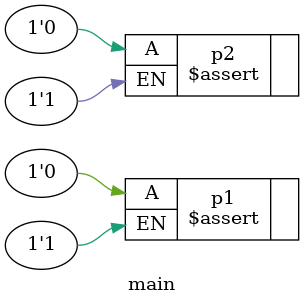
<source format=sv>
module sub;

  parameter step = 1;

  typedef enum { E0 = 0 * step, E1 = 1 * step, E2 = 2 * step } my_enumt;

endmodule

module main;

  // The value of enum constants may differ for each module instance.
  sub #(1) sub1();
  sub #(2) sub2();

  p1: assert property (sub1.E0 == 0 && sub1.E1 == 1 && sub1.E2 == 2);
  p2: assert property (sub2.E0 == 0 && sub2.E2 == 2 && sub2.E2 == 4);

endmodule

</source>
